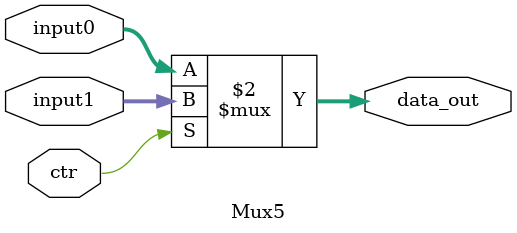
<source format=v>
`timescale 1ns / 1ps 


module Mux5(
           input [4: 0] input1,
           input [4: 0] input0,
           input ctr,
           output reg [4: 0] data_out
       );

always @(input1 or input0
             or ctr) begin
    data_out = ctr ? input1 : input0;
end

endmodule

</source>
